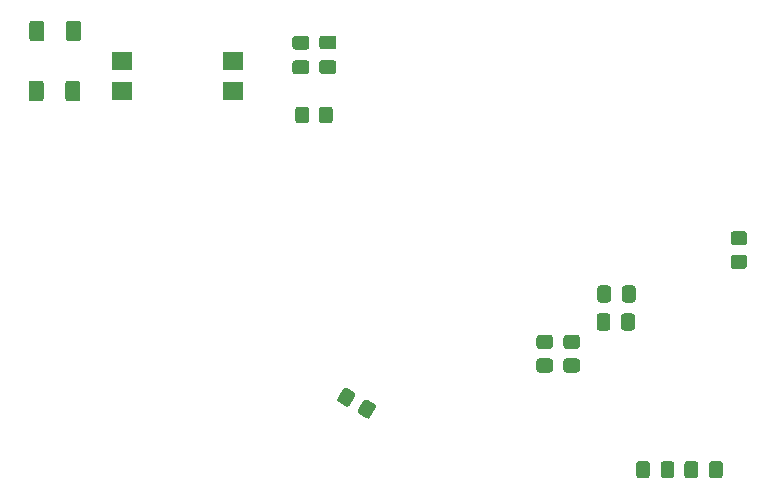
<source format=gbr>
%TF.GenerationSoftware,KiCad,Pcbnew,(5.1.9)-1*%
%TF.CreationDate,2021-12-25T05:37:13+03:00*%
%TF.ProjectId,filadry2,66696c61-6472-4793-922e-6b696361645f,rev?*%
%TF.SameCoordinates,Original*%
%TF.FileFunction,Paste,Bot*%
%TF.FilePolarity,Positive*%
%FSLAX46Y46*%
G04 Gerber Fmt 4.6, Leading zero omitted, Abs format (unit mm)*
G04 Created by KiCad (PCBNEW (5.1.9)-1) date 2021-12-25 05:37:13*
%MOMM*%
%LPD*%
G01*
G04 APERTURE LIST*
%ADD10R,1.700000X1.500000*%
G04 APERTURE END LIST*
D10*
%TO.C,U2*%
X44374800Y-37693600D03*
X44374800Y-35153600D03*
X34974800Y-35153600D03*
X34974800Y-37693600D03*
%TD*%
%TO.C,R15*%
G36*
G01*
X54932184Y-64707313D02*
X55382185Y-63927888D01*
G75*
G02*
X55723690Y-63836382I216505J-124999D01*
G01*
X56329909Y-64186383D01*
G75*
G02*
X56421414Y-64527887I-125000J-216505D01*
G01*
X55971413Y-65307312D01*
G75*
G02*
X55629908Y-65398818I-216505J124999D01*
G01*
X55023689Y-65048817D01*
G75*
G02*
X54932184Y-64707313I125000J216505D01*
G01*
G37*
G36*
G01*
X53200134Y-63707313D02*
X53650135Y-62927888D01*
G75*
G02*
X53991640Y-62836382I216505J-124999D01*
G01*
X54597859Y-63186383D01*
G75*
G02*
X54689364Y-63527887I-125000J-216505D01*
G01*
X54239363Y-64307312D01*
G75*
G02*
X53897858Y-64398818I-216505J124999D01*
G01*
X53291639Y-64048817D01*
G75*
G02*
X53200134Y-63707313I125000J216505D01*
G01*
G37*
%TD*%
%TO.C,R13*%
G36*
G01*
X28386800Y-31988600D02*
X28386800Y-33238600D01*
G75*
G02*
X28136800Y-33488600I-250000J0D01*
G01*
X27336800Y-33488600D01*
G75*
G02*
X27086800Y-33238600I0J250000D01*
G01*
X27086800Y-31988600D01*
G75*
G02*
X27336800Y-31738600I250000J0D01*
G01*
X28136800Y-31738600D01*
G75*
G02*
X28386800Y-31988600I0J-250000D01*
G01*
G37*
G36*
G01*
X31486800Y-31988600D02*
X31486800Y-33238600D01*
G75*
G02*
X31236800Y-33488600I-250000J0D01*
G01*
X30436800Y-33488600D01*
G75*
G02*
X30186800Y-33238600I0J250000D01*
G01*
X30186800Y-31988600D01*
G75*
G02*
X30436800Y-31738600I250000J0D01*
G01*
X31236800Y-31738600D01*
G75*
G02*
X31486800Y-31988600I0J-250000D01*
G01*
G37*
%TD*%
%TO.C,R12*%
G36*
G01*
X28334800Y-37068600D02*
X28334800Y-38318600D01*
G75*
G02*
X28084800Y-38568600I-250000J0D01*
G01*
X27284800Y-38568600D01*
G75*
G02*
X27034800Y-38318600I0J250000D01*
G01*
X27034800Y-37068600D01*
G75*
G02*
X27284800Y-36818600I250000J0D01*
G01*
X28084800Y-36818600D01*
G75*
G02*
X28334800Y-37068600I0J-250000D01*
G01*
G37*
G36*
G01*
X31434800Y-37068600D02*
X31434800Y-38318600D01*
G75*
G02*
X31184800Y-38568600I-250000J0D01*
G01*
X30384800Y-38568600D01*
G75*
G02*
X30134800Y-38318600I0J250000D01*
G01*
X30134800Y-37068600D01*
G75*
G02*
X30384800Y-36818600I250000J0D01*
G01*
X31184800Y-36818600D01*
G75*
G02*
X31434800Y-37068600I0J-250000D01*
G01*
G37*
%TD*%
%TO.C,R9*%
G36*
G01*
X50806400Y-39275599D02*
X50806400Y-40175601D01*
G75*
G02*
X50556401Y-40425600I-249999J0D01*
G01*
X49856399Y-40425600D01*
G75*
G02*
X49606400Y-40175601I0J249999D01*
G01*
X49606400Y-39275599D01*
G75*
G02*
X49856399Y-39025600I249999J0D01*
G01*
X50556401Y-39025600D01*
G75*
G02*
X50806400Y-39275599I0J-249999D01*
G01*
G37*
G36*
G01*
X52806400Y-39275599D02*
X52806400Y-40175601D01*
G75*
G02*
X52556401Y-40425600I-249999J0D01*
G01*
X51856399Y-40425600D01*
G75*
G02*
X51606400Y-40175601I0J249999D01*
G01*
X51606400Y-39275599D01*
G75*
G02*
X51856399Y-39025600I249999J0D01*
G01*
X52556401Y-39025600D01*
G75*
G02*
X52806400Y-39275599I0J-249999D01*
G01*
G37*
%TD*%
%TO.C,R5*%
G36*
G01*
X86722799Y-51555600D02*
X87622801Y-51555600D01*
G75*
G02*
X87872800Y-51805599I0J-249999D01*
G01*
X87872800Y-52505601D01*
G75*
G02*
X87622801Y-52755600I-249999J0D01*
G01*
X86722799Y-52755600D01*
G75*
G02*
X86472800Y-52505601I0J249999D01*
G01*
X86472800Y-51805599D01*
G75*
G02*
X86722799Y-51555600I249999J0D01*
G01*
G37*
G36*
G01*
X86722799Y-49555600D02*
X87622801Y-49555600D01*
G75*
G02*
X87872800Y-49805599I0J-249999D01*
G01*
X87872800Y-50505601D01*
G75*
G02*
X87622801Y-50755600I-249999J0D01*
G01*
X86722799Y-50755600D01*
G75*
G02*
X86472800Y-50505601I0J249999D01*
G01*
X86472800Y-49805599D01*
G75*
G02*
X86722799Y-49555600I249999J0D01*
G01*
G37*
%TD*%
%TO.C,R4*%
G36*
G01*
X73474194Y-59539502D02*
X72574192Y-59539502D01*
G75*
G02*
X72324193Y-59289503I0J249999D01*
G01*
X72324193Y-58589501D01*
G75*
G02*
X72574192Y-58339502I249999J0D01*
G01*
X73474194Y-58339502D01*
G75*
G02*
X73724193Y-58589501I0J-249999D01*
G01*
X73724193Y-59289503D01*
G75*
G02*
X73474194Y-59539502I-249999J0D01*
G01*
G37*
G36*
G01*
X73474194Y-61539502D02*
X72574192Y-61539502D01*
G75*
G02*
X72324193Y-61289503I0J249999D01*
G01*
X72324193Y-60589501D01*
G75*
G02*
X72574192Y-60339502I249999J0D01*
G01*
X73474194Y-60339502D01*
G75*
G02*
X73724193Y-60589501I0J-249999D01*
G01*
X73724193Y-61289503D01*
G75*
G02*
X73474194Y-61539502I-249999J0D01*
G01*
G37*
%TD*%
%TO.C,R3*%
G36*
G01*
X71188188Y-59539500D02*
X70288186Y-59539500D01*
G75*
G02*
X70038187Y-59289501I0J249999D01*
G01*
X70038187Y-58589499D01*
G75*
G02*
X70288186Y-58339500I249999J0D01*
G01*
X71188188Y-58339500D01*
G75*
G02*
X71438187Y-58589499I0J-249999D01*
G01*
X71438187Y-59289501D01*
G75*
G02*
X71188188Y-59539500I-249999J0D01*
G01*
G37*
G36*
G01*
X71188188Y-61539500D02*
X70288186Y-61539500D01*
G75*
G02*
X70038187Y-61289501I0J249999D01*
G01*
X70038187Y-60589499D01*
G75*
G02*
X70288186Y-60339500I249999J0D01*
G01*
X71188188Y-60339500D01*
G75*
G02*
X71438187Y-60589499I0J-249999D01*
G01*
X71438187Y-61289501D01*
G75*
G02*
X71188188Y-61539500I-249999J0D01*
G01*
G37*
%TD*%
%TO.C,C6*%
G36*
G01*
X52849798Y-34174098D02*
X51899798Y-34174098D01*
G75*
G02*
X51649798Y-33924098I0J250000D01*
G01*
X51649798Y-33249098D01*
G75*
G02*
X51899798Y-32999098I250000J0D01*
G01*
X52849798Y-32999098D01*
G75*
G02*
X53099798Y-33249098I0J-250000D01*
G01*
X53099798Y-33924098D01*
G75*
G02*
X52849798Y-34174098I-250000J0D01*
G01*
G37*
G36*
G01*
X52849798Y-36249098D02*
X51899798Y-36249098D01*
G75*
G02*
X51649798Y-35999098I0J250000D01*
G01*
X51649798Y-35324098D01*
G75*
G02*
X51899798Y-35074098I250000J0D01*
G01*
X52849798Y-35074098D01*
G75*
G02*
X53099798Y-35324098I0J-250000D01*
G01*
X53099798Y-35999098D01*
G75*
G02*
X52849798Y-36249098I-250000J0D01*
G01*
G37*
%TD*%
%TO.C,C5*%
G36*
G01*
X50563800Y-34195600D02*
X49613800Y-34195600D01*
G75*
G02*
X49363800Y-33945600I0J250000D01*
G01*
X49363800Y-33270600D01*
G75*
G02*
X49613800Y-33020600I250000J0D01*
G01*
X50563800Y-33020600D01*
G75*
G02*
X50813800Y-33270600I0J-250000D01*
G01*
X50813800Y-33945600D01*
G75*
G02*
X50563800Y-34195600I-250000J0D01*
G01*
G37*
G36*
G01*
X50563800Y-36270600D02*
X49613800Y-36270600D01*
G75*
G02*
X49363800Y-36020600I0J250000D01*
G01*
X49363800Y-35345600D01*
G75*
G02*
X49613800Y-35095600I250000J0D01*
G01*
X50563800Y-35095600D01*
G75*
G02*
X50813800Y-35345600I0J-250000D01*
G01*
X50813800Y-36020600D01*
G75*
G02*
X50563800Y-36270600I-250000J0D01*
G01*
G37*
%TD*%
%TO.C,C4*%
G36*
G01*
X77273300Y-55352600D02*
X77273300Y-54402600D01*
G75*
G02*
X77523300Y-54152600I250000J0D01*
G01*
X78198300Y-54152600D01*
G75*
G02*
X78448300Y-54402600I0J-250000D01*
G01*
X78448300Y-55352600D01*
G75*
G02*
X78198300Y-55602600I-250000J0D01*
G01*
X77523300Y-55602600D01*
G75*
G02*
X77273300Y-55352600I0J250000D01*
G01*
G37*
G36*
G01*
X75198300Y-55352600D02*
X75198300Y-54402600D01*
G75*
G02*
X75448300Y-54152600I250000J0D01*
G01*
X76123300Y-54152600D01*
G75*
G02*
X76373300Y-54402600I0J-250000D01*
G01*
X76373300Y-55352600D01*
G75*
G02*
X76123300Y-55602600I-250000J0D01*
G01*
X75448300Y-55602600D01*
G75*
G02*
X75198300Y-55352600I0J250000D01*
G01*
G37*
%TD*%
%TO.C,C3*%
G36*
G01*
X77208800Y-57726600D02*
X77208800Y-56776600D01*
G75*
G02*
X77458800Y-56526600I250000J0D01*
G01*
X78133800Y-56526600D01*
G75*
G02*
X78383800Y-56776600I0J-250000D01*
G01*
X78383800Y-57726600D01*
G75*
G02*
X78133800Y-57976600I-250000J0D01*
G01*
X77458800Y-57976600D01*
G75*
G02*
X77208800Y-57726600I0J250000D01*
G01*
G37*
G36*
G01*
X75133800Y-57726600D02*
X75133800Y-56776600D01*
G75*
G02*
X75383800Y-56526600I250000J0D01*
G01*
X76058800Y-56526600D01*
G75*
G02*
X76308800Y-56776600I0J-250000D01*
G01*
X76308800Y-57726600D01*
G75*
G02*
X76058800Y-57976600I-250000J0D01*
G01*
X75383800Y-57976600D01*
G75*
G02*
X75133800Y-57726600I0J250000D01*
G01*
G37*
%TD*%
%TO.C,C2*%
G36*
G01*
X83738152Y-69279673D02*
X83738152Y-70229673D01*
G75*
G02*
X83488152Y-70479673I-250000J0D01*
G01*
X82813152Y-70479673D01*
G75*
G02*
X82563152Y-70229673I0J250000D01*
G01*
X82563152Y-69279673D01*
G75*
G02*
X82813152Y-69029673I250000J0D01*
G01*
X83488152Y-69029673D01*
G75*
G02*
X83738152Y-69279673I0J-250000D01*
G01*
G37*
G36*
G01*
X85813152Y-69279673D02*
X85813152Y-70229673D01*
G75*
G02*
X85563152Y-70479673I-250000J0D01*
G01*
X84888152Y-70479673D01*
G75*
G02*
X84638152Y-70229673I0J250000D01*
G01*
X84638152Y-69279673D01*
G75*
G02*
X84888152Y-69029673I250000J0D01*
G01*
X85563152Y-69029673D01*
G75*
G02*
X85813152Y-69279673I0J-250000D01*
G01*
G37*
%TD*%
%TO.C,C1*%
G36*
G01*
X80552647Y-70229676D02*
X80552647Y-69279676D01*
G75*
G02*
X80802647Y-69029676I250000J0D01*
G01*
X81477647Y-69029676D01*
G75*
G02*
X81727647Y-69279676I0J-250000D01*
G01*
X81727647Y-70229676D01*
G75*
G02*
X81477647Y-70479676I-250000J0D01*
G01*
X80802647Y-70479676D01*
G75*
G02*
X80552647Y-70229676I0J250000D01*
G01*
G37*
G36*
G01*
X78477647Y-70229676D02*
X78477647Y-69279676D01*
G75*
G02*
X78727647Y-69029676I250000J0D01*
G01*
X79402647Y-69029676D01*
G75*
G02*
X79652647Y-69279676I0J-250000D01*
G01*
X79652647Y-70229676D01*
G75*
G02*
X79402647Y-70479676I-250000J0D01*
G01*
X78727647Y-70479676D01*
G75*
G02*
X78477647Y-70229676I0J250000D01*
G01*
G37*
%TD*%
M02*

</source>
